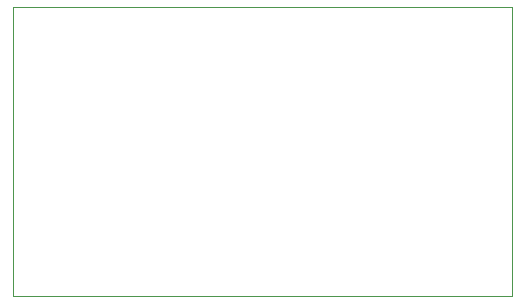
<source format=gbr>
%TF.GenerationSoftware,KiCad,Pcbnew,8.0.3*%
%TF.CreationDate,2025-01-02T17:18:04+01:00*%
%TF.ProjectId,mq7adapter,6d713761-6461-4707-9465-722e6b696361,rev?*%
%TF.SameCoordinates,Original*%
%TF.FileFunction,Profile,NP*%
%FSLAX46Y46*%
G04 Gerber Fmt 4.6, Leading zero omitted, Abs format (unit mm)*
G04 Created by KiCad (PCBNEW 8.0.3) date 2025-01-02 17:18:04*
%MOMM*%
%LPD*%
G01*
G04 APERTURE LIST*
%TA.AperFunction,Profile*%
%ADD10C,0.050000*%
%TD*%
G04 APERTURE END LIST*
D10*
X95000000Y-55000000D02*
X137250000Y-55000000D01*
X137250000Y-79500000D01*
X95000000Y-79500000D01*
X95000000Y-55000000D01*
M02*

</source>
